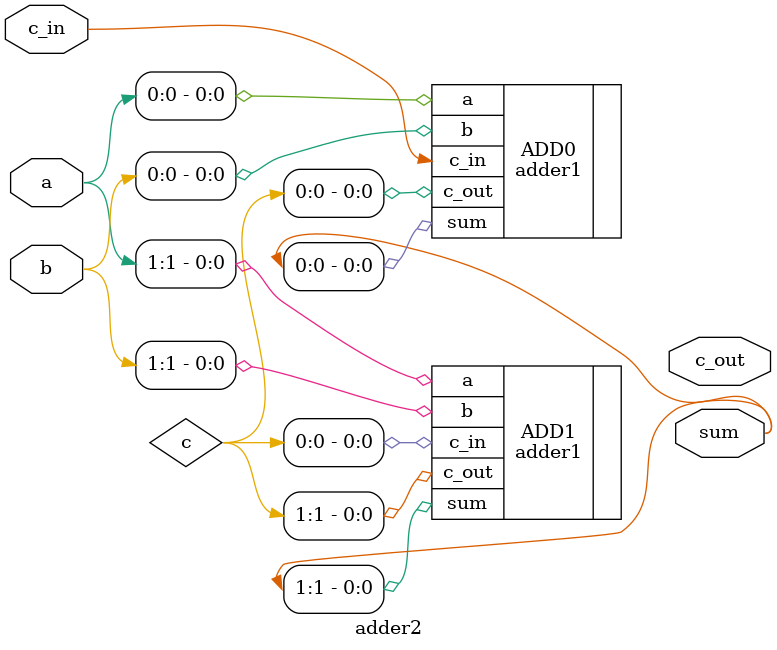
<source format=sv>
module adder2(a, b, c_in, sum, c_out);
  input wire [1:0] a;
  input wire [1:0] b;
  input wire c_in;

  output wire [1:0] sum;
  output wire c_out;
  wire [1:0] c;

  adder1 ADD0 (
    .a(a[0]), .b(b[0]), .c_in(c_in), .sum(sum[0]), .c_out(c[0])
  );
  adder1 ADD1 (
    .a(a[1]), .b(b[1]), .c_in(c[0]), .sum(sum[1]), .c_out(c[1])
  );
endmodule
</source>
